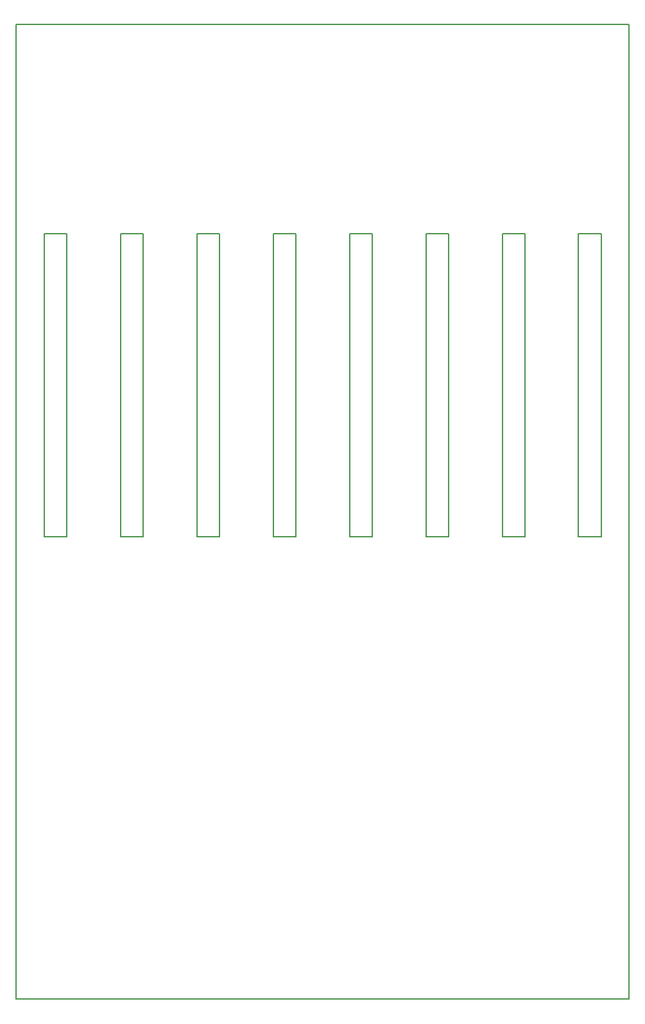
<source format=gbr>
%TF.GenerationSoftware,KiCad,Pcbnew,(5.0.1)-3*%
%TF.CreationDate,2020-04-13T19:58:09+01:00*%
%TF.ProjectId,panel,70616E656C2E6B696361645F70636200,rev?*%
%TF.SameCoordinates,Original*%
%TF.FileFunction,Profile,NP*%
%FSLAX46Y46*%
G04 Gerber Fmt 4.6, Leading zero omitted, Abs format (unit mm)*
G04 Created by KiCad (PCBNEW (5.0.1)-3) date 13/04/2020 19:58:09*
%MOMM*%
%LPD*%
G01*
G04 APERTURE LIST*
%ADD10C,0.150000*%
G04 APERTURE END LIST*
D10*
X159430000Y-31050000D02*
X156430000Y-31050000D01*
X169475000Y-70975000D02*
X166500000Y-70975000D01*
X102350000Y-3450000D02*
X183250000Y-3450000D01*
X102350000Y-131950000D02*
X102350000Y-3450000D01*
X183250000Y-131950000D02*
X102350000Y-131950000D01*
X176550000Y-70975000D02*
X176550000Y-31025000D01*
X179550000Y-70975000D02*
X176550000Y-70975000D01*
X179550000Y-31000000D02*
X179550000Y-70950000D01*
X176550000Y-31000000D02*
X179550000Y-31000000D01*
X166500000Y-70975000D02*
X166500000Y-31000000D01*
X169475000Y-70950000D02*
X169475000Y-70975000D01*
X169500000Y-31000000D02*
X169480000Y-70970000D01*
X166500000Y-31000000D02*
X169500000Y-31000000D01*
X156425000Y-70975000D02*
X156425000Y-31050000D01*
X159425000Y-70975000D02*
X156425000Y-70975000D01*
X159430000Y-31050000D02*
X159425000Y-70975000D01*
X146350000Y-70975000D02*
X146350000Y-31025000D01*
X149350000Y-70975000D02*
X146350000Y-70975000D01*
X149350000Y-31000000D02*
X149350000Y-70975000D01*
X146350000Y-31000000D02*
X149350000Y-31000000D01*
X136275000Y-70975000D02*
X136275000Y-31025000D01*
X139275000Y-70975000D02*
X136275000Y-70975000D01*
X139275000Y-31025000D02*
X139275000Y-70975000D01*
X136275000Y-31025000D02*
X139275000Y-31025000D01*
X126200000Y-70975000D02*
X126200000Y-31025000D01*
X129200000Y-70975000D02*
X126200000Y-70975000D01*
X129200000Y-31025000D02*
X129200000Y-70975000D01*
X126200000Y-31025000D02*
X129200000Y-31025000D01*
X116125000Y-70975000D02*
X116125000Y-31025000D01*
X119125000Y-70975000D02*
X116125000Y-70975000D01*
X119125000Y-31025000D02*
X119125000Y-70975000D01*
X116125000Y-31025000D02*
X119125000Y-31025000D01*
X109050000Y-71000000D02*
X109050000Y-31025000D01*
X106050000Y-71000000D02*
X109050000Y-71000000D01*
X106050000Y-31025000D02*
X106050000Y-71000000D01*
X109050000Y-31025000D02*
X106050000Y-31025000D01*
X183250000Y-3450000D02*
X183250000Y-131950000D01*
M02*

</source>
